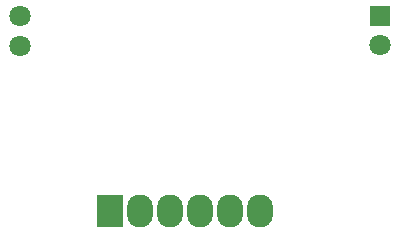
<source format=gbr>
G04 #@! TF.FileFunction,Soldermask,Top*
%FSLAX46Y46*%
G04 Gerber Fmt 4.6, Leading zero omitted, Abs format (unit mm)*
G04 Created by KiCad (PCBNEW 4.0.6) date 07/19/17 18:28:19*
%MOMM*%
%LPD*%
G01*
G04 APERTURE LIST*
%ADD10C,0.100000*%
%ADD11R,1.800000X1.800000*%
%ADD12C,1.800000*%
%ADD13R,2.200000X2.800000*%
%ADD14O,2.200000X2.800000*%
G04 APERTURE END LIST*
D10*
D11*
X166370000Y-102870000D03*
D12*
X166370000Y-105370000D03*
X135890000Y-105410000D03*
X135890000Y-102910000D03*
D13*
X143510000Y-119380000D03*
D14*
X146050000Y-119380000D03*
X148590000Y-119380000D03*
X151130000Y-119380000D03*
X153670000Y-119380000D03*
X156210000Y-119380000D03*
M02*

</source>
